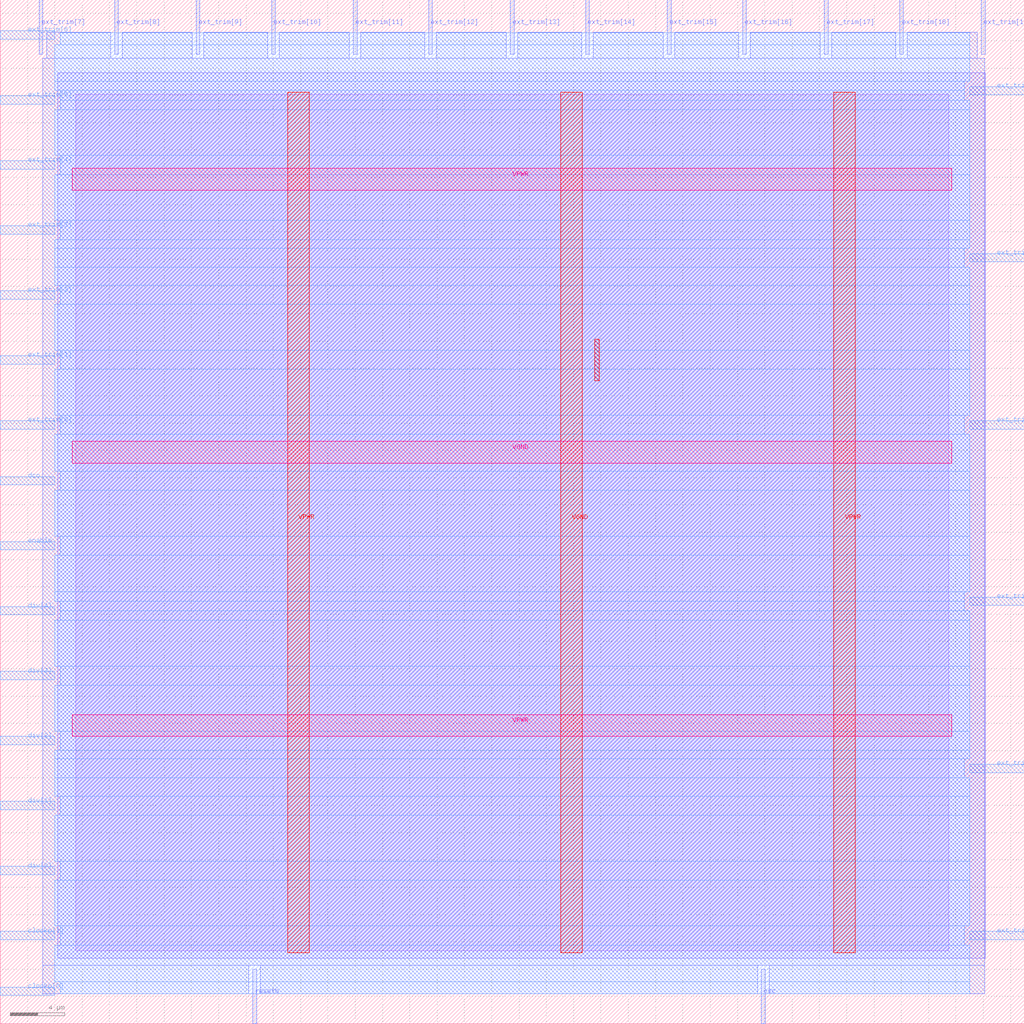
<source format=lef>
VERSION 5.7 ;
  NOWIREEXTENSIONATPIN ON ;
  DIVIDERCHAR "/" ;
  BUSBITCHARS "[]" ;
MACRO digital_pll
  CLASS BLOCK ;
  FOREIGN digital_pll ;
  ORIGIN 0.000 0.000 ;
  SIZE 75.000 BY 75.000 ;
  PIN VGND
    DIRECTION INOUT ;
    USE GROUND ;
    PORT
      LAYER met4 ;
        RECT 41.040 5.200 42.640 68.240 ;
    END
    PORT
      LAYER met5 ;
        RECT 5.280 41.050 69.700 42.650 ;
    END
  END VGND
  PIN VPWR
    DIRECTION INOUT ;
    USE POWER ;
    PORT
      LAYER met4 ;
        RECT 21.040 5.200 22.640 68.240 ;
    END
    PORT
      LAYER met4 ;
        RECT 61.040 5.200 62.640 68.240 ;
    END
    PORT
      LAYER met5 ;
        RECT 5.280 21.050 69.700 22.650 ;
    END
    PORT
      LAYER met5 ;
        RECT 5.280 61.050 69.700 62.650 ;
    END
  END VPWR
  PIN clockp[0]
    DIRECTION OUTPUT TRISTATE ;
    USE SIGNAL ;
    PORT
      LAYER met3 ;
        RECT 0.000 2.080 4.000 2.680 ;
    END
  END clockp[0]
  PIN clockp[1]
    DIRECTION OUTPUT TRISTATE ;
    USE SIGNAL ;
    PORT
      LAYER met3 ;
        RECT 0.000 6.160 4.000 6.760 ;
    END
  END clockp[1]
  PIN dco
    DIRECTION INPUT ;
    USE SIGNAL ;
    PORT
      LAYER met3 ;
        RECT 0.000 39.480 4.000 40.080 ;
    END
  END dco
  PIN div[0]
    DIRECTION INPUT ;
    USE SIGNAL ;
    PORT
      LAYER met3 ;
        RECT 0.000 10.920 4.000 11.520 ;
    END
  END div[0]
  PIN div[1]
    DIRECTION INPUT ;
    USE SIGNAL ;
    PORT
      LAYER met3 ;
        RECT 0.000 15.680 4.000 16.280 ;
    END
  END div[1]
  PIN div[2]
    DIRECTION INPUT ;
    USE SIGNAL ;
    PORT
      LAYER met3 ;
        RECT 0.000 20.440 4.000 21.040 ;
    END
  END div[2]
  PIN div[3]
    DIRECTION INPUT ;
    USE SIGNAL ;
    PORT
      LAYER met3 ;
        RECT 0.000 25.200 4.000 25.800 ;
    END
  END div[3]
  PIN div[4]
    DIRECTION INPUT ;
    USE SIGNAL ;
    PORT
      LAYER met3 ;
        RECT 0.000 29.960 4.000 30.560 ;
    END
  END div[4]
  PIN enable
    DIRECTION INPUT ;
    USE SIGNAL ;
    PORT
      LAYER met3 ;
        RECT 0.000 34.720 4.000 35.320 ;
    END
  END enable
  PIN ext_trim[0]
    DIRECTION INPUT ;
    USE SIGNAL ;
    PORT
      LAYER met3 ;
        RECT 0.000 43.560 4.000 44.160 ;
    END
  END ext_trim[0]
  PIN ext_trim[10]
    DIRECTION INPUT ;
    USE SIGNAL ;
    PORT
      LAYER met2 ;
        RECT 19.870 71.000 20.150 75.000 ;
    END
  END ext_trim[10]
  PIN ext_trim[11]
    DIRECTION INPUT ;
    USE SIGNAL ;
    PORT
      LAYER met2 ;
        RECT 25.850 71.000 26.130 75.000 ;
    END
  END ext_trim[11]
  PIN ext_trim[12]
    DIRECTION INPUT ;
    USE SIGNAL ;
    PORT
      LAYER met2 ;
        RECT 31.370 71.000 31.650 75.000 ;
    END
  END ext_trim[12]
  PIN ext_trim[13]
    DIRECTION INPUT ;
    USE SIGNAL ;
    PORT
      LAYER met2 ;
        RECT 37.350 71.000 37.630 75.000 ;
    END
  END ext_trim[13]
  PIN ext_trim[14]
    DIRECTION INPUT ;
    USE SIGNAL ;
    PORT
      LAYER met2 ;
        RECT 42.870 71.000 43.150 75.000 ;
    END
  END ext_trim[14]
  PIN ext_trim[15]
    DIRECTION INPUT ;
    USE SIGNAL ;
    PORT
      LAYER met2 ;
        RECT 48.850 71.000 49.130 75.000 ;
    END
  END ext_trim[15]
  PIN ext_trim[16]
    DIRECTION INPUT ;
    USE SIGNAL ;
    PORT
      LAYER met2 ;
        RECT 54.370 71.000 54.650 75.000 ;
    END
  END ext_trim[16]
  PIN ext_trim[17]
    DIRECTION INPUT ;
    USE SIGNAL ;
    PORT
      LAYER met2 ;
        RECT 60.350 71.000 60.630 75.000 ;
    END
  END ext_trim[17]
  PIN ext_trim[18]
    DIRECTION INPUT ;
    USE SIGNAL ;
    PORT
      LAYER met2 ;
        RECT 65.870 71.000 66.150 75.000 ;
    END
  END ext_trim[18]
  PIN ext_trim[19]
    DIRECTION INPUT ;
    USE SIGNAL ;
    PORT
      LAYER met2 ;
        RECT 71.850 71.000 72.130 75.000 ;
    END
  END ext_trim[19]
  PIN ext_trim[1]
    DIRECTION INPUT ;
    USE SIGNAL ;
    PORT
      LAYER met3 ;
        RECT 0.000 48.320 4.000 48.920 ;
    END
  END ext_trim[1]
  PIN ext_trim[20]
    DIRECTION INPUT ;
    USE SIGNAL ;
    PORT
      LAYER met3 ;
        RECT 71.000 68.040 75.000 68.640 ;
    END
  END ext_trim[20]
  PIN ext_trim[21]
    DIRECTION INPUT ;
    USE SIGNAL ;
    PORT
      LAYER met3 ;
        RECT 71.000 55.800 75.000 56.400 ;
    END
  END ext_trim[21]
  PIN ext_trim[22]
    DIRECTION INPUT ;
    USE SIGNAL ;
    PORT
      LAYER met3 ;
        RECT 71.000 43.560 75.000 44.160 ;
    END
  END ext_trim[22]
  PIN ext_trim[23]
    DIRECTION INPUT ;
    USE SIGNAL ;
    PORT
      LAYER met3 ;
        RECT 71.000 30.640 75.000 31.240 ;
    END
  END ext_trim[23]
  PIN ext_trim[24]
    DIRECTION INPUT ;
    USE SIGNAL ;
    PORT
      LAYER met3 ;
        RECT 71.000 18.400 75.000 19.000 ;
    END
  END ext_trim[24]
  PIN ext_trim[25]
    DIRECTION INPUT ;
    USE SIGNAL ;
    PORT
      LAYER met3 ;
        RECT 71.000 6.160 75.000 6.760 ;
    END
  END ext_trim[25]
  PIN ext_trim[2]
    DIRECTION INPUT ;
    USE SIGNAL ;
    PORT
      LAYER met3 ;
        RECT 0.000 53.080 4.000 53.680 ;
    END
  END ext_trim[2]
  PIN ext_trim[3]
    DIRECTION INPUT ;
    USE SIGNAL ;
    PORT
      LAYER met3 ;
        RECT 0.000 57.840 4.000 58.440 ;
    END
  END ext_trim[3]
  PIN ext_trim[4]
    DIRECTION INPUT ;
    USE SIGNAL ;
    PORT
      LAYER met3 ;
        RECT 0.000 62.600 4.000 63.200 ;
    END
  END ext_trim[4]
  PIN ext_trim[5]
    DIRECTION INPUT ;
    USE SIGNAL ;
    PORT
      LAYER met3 ;
        RECT 0.000 67.360 4.000 67.960 ;
    END
  END ext_trim[5]
  PIN ext_trim[6]
    DIRECTION INPUT ;
    USE SIGNAL ;
    PORT
      LAYER met3 ;
        RECT 0.000 72.120 4.000 72.720 ;
    END
  END ext_trim[6]
  PIN ext_trim[7]
    DIRECTION INPUT ;
    USE SIGNAL ;
    PORT
      LAYER met2 ;
        RECT 2.850 71.000 3.130 75.000 ;
    END
  END ext_trim[7]
  PIN ext_trim[8]
    DIRECTION INPUT ;
    USE SIGNAL ;
    PORT
      LAYER met2 ;
        RECT 8.370 71.000 8.650 75.000 ;
    END
  END ext_trim[8]
  PIN ext_trim[9]
    DIRECTION INPUT ;
    USE SIGNAL ;
    PORT
      LAYER met2 ;
        RECT 14.350 71.000 14.630 75.000 ;
    END
  END ext_trim[9]
  PIN osc
    DIRECTION INPUT ;
    USE SIGNAL ;
    PORT
      LAYER met2 ;
        RECT 55.750 0.000 56.030 4.000 ;
    END
  END osc
  PIN resetb
    DIRECTION INPUT ;
    USE SIGNAL ;
    PORT
      LAYER met2 ;
        RECT 18.490 0.000 18.770 4.000 ;
    END
  END resetb
  OBS
      LAYER li1 ;
        RECT 5.520 5.355 69.460 68.085 ;
      LAYER met1 ;
        RECT 4.210 4.800 72.150 69.660 ;
      LAYER met2 ;
        RECT 3.410 70.720 8.090 72.605 ;
        RECT 8.930 70.720 14.070 72.605 ;
        RECT 14.910 70.720 19.590 72.605 ;
        RECT 20.430 70.720 25.570 72.605 ;
        RECT 26.410 70.720 31.090 72.605 ;
        RECT 31.930 70.720 37.070 72.605 ;
        RECT 37.910 70.720 42.590 72.605 ;
        RECT 43.430 70.720 48.570 72.605 ;
        RECT 49.410 70.720 54.090 72.605 ;
        RECT 54.930 70.720 60.070 72.605 ;
        RECT 60.910 70.720 65.590 72.605 ;
        RECT 66.430 70.720 71.570 72.605 ;
        RECT 3.130 4.280 72.120 70.720 ;
        RECT 3.130 2.195 18.210 4.280 ;
        RECT 19.050 2.195 55.470 4.280 ;
        RECT 56.310 2.195 72.120 4.280 ;
      LAYER met3 ;
        RECT 4.400 71.720 71.000 72.585 ;
        RECT 4.000 69.040 71.000 71.720 ;
        RECT 4.000 68.360 70.600 69.040 ;
        RECT 4.400 67.640 70.600 68.360 ;
        RECT 4.400 66.960 71.000 67.640 ;
        RECT 4.000 63.600 71.000 66.960 ;
        RECT 4.400 62.200 71.000 63.600 ;
        RECT 4.000 58.840 71.000 62.200 ;
        RECT 4.400 57.440 71.000 58.840 ;
        RECT 4.000 56.800 71.000 57.440 ;
        RECT 4.000 55.400 70.600 56.800 ;
        RECT 4.000 54.080 71.000 55.400 ;
        RECT 4.400 52.680 71.000 54.080 ;
        RECT 4.000 49.320 71.000 52.680 ;
        RECT 4.400 47.920 71.000 49.320 ;
        RECT 4.000 44.560 71.000 47.920 ;
        RECT 4.400 43.160 70.600 44.560 ;
        RECT 4.000 40.480 71.000 43.160 ;
        RECT 4.400 39.080 71.000 40.480 ;
        RECT 4.000 35.720 71.000 39.080 ;
        RECT 4.400 34.320 71.000 35.720 ;
        RECT 4.000 31.640 71.000 34.320 ;
        RECT 4.000 30.960 70.600 31.640 ;
        RECT 4.400 30.240 70.600 30.960 ;
        RECT 4.400 29.560 71.000 30.240 ;
        RECT 4.000 26.200 71.000 29.560 ;
        RECT 4.400 24.800 71.000 26.200 ;
        RECT 4.000 21.440 71.000 24.800 ;
        RECT 4.400 20.040 71.000 21.440 ;
        RECT 4.000 19.400 71.000 20.040 ;
        RECT 4.000 18.000 70.600 19.400 ;
        RECT 4.000 16.680 71.000 18.000 ;
        RECT 4.400 15.280 71.000 16.680 ;
        RECT 4.000 11.920 71.000 15.280 ;
        RECT 4.400 10.520 71.000 11.920 ;
        RECT 4.000 7.160 71.000 10.520 ;
        RECT 4.400 5.760 70.600 7.160 ;
        RECT 4.000 3.080 71.000 5.760 ;
        RECT 4.400 2.215 71.000 3.080 ;
      LAYER met4 ;
        RECT 43.535 47.095 43.865 50.145 ;
  END
END digital_pll
END LIBRARY


</source>
